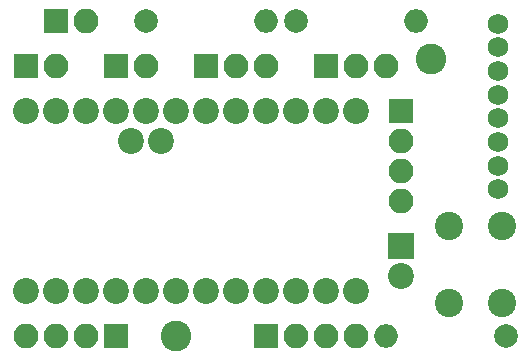
<source format=gbr>
G04 #@! TF.FileFunction,Soldermask,Bot*
%FSLAX46Y46*%
G04 Gerber Fmt 4.6, Leading zero omitted, Abs format (unit mm)*
G04 Created by KiCad (PCBNEW 4.0.7) date 05/11/18 23:43:40*
%MOMM*%
%LPD*%
G01*
G04 APERTURE LIST*
%ADD10C,0.100000*%
%ADD11R,2.200000X2.200000*%
%ADD12C,2.200000*%
%ADD13R,2.100000X2.100000*%
%ADD14O,2.100000X2.100000*%
%ADD15C,2.600000*%
%ADD16C,2.400000*%
%ADD17C,1.750000*%
%ADD18C,2.000000*%
%ADD19O,2.000000X2.000000*%
G04 APERTURE END LIST*
D10*
D11*
X134620000Y-68580000D03*
D12*
X134620000Y-71120000D03*
D13*
X102870000Y-53340000D03*
D14*
X105410000Y-53340000D03*
D15*
X115570000Y-76200000D03*
D16*
X143184000Y-73406000D03*
X138684000Y-73406000D03*
X143184000Y-66906000D03*
X138684000Y-66906000D03*
D17*
X142835000Y-63760000D03*
X142835000Y-49760000D03*
X142835000Y-51760000D03*
X142835000Y-53760000D03*
X142835000Y-55760000D03*
X142835000Y-57760000D03*
X142835000Y-59760000D03*
X142835000Y-61760000D03*
D13*
X105410000Y-49530000D03*
D14*
X107950000Y-49530000D03*
D13*
X110490000Y-76200000D03*
D14*
X107950000Y-76200000D03*
X105410000Y-76200000D03*
X102870000Y-76200000D03*
D13*
X123190000Y-76200000D03*
D14*
X125730000Y-76200000D03*
X128270000Y-76200000D03*
X130810000Y-76200000D03*
D13*
X128270000Y-53340000D03*
D14*
X130810000Y-53340000D03*
X133350000Y-53340000D03*
D13*
X118110000Y-53340000D03*
D14*
X120650000Y-53340000D03*
X123190000Y-53340000D03*
D13*
X110490000Y-53340000D03*
D14*
X113030000Y-53340000D03*
D13*
X134620000Y-57150000D03*
D14*
X134620000Y-59690000D03*
X134620000Y-62230000D03*
X134620000Y-64770000D03*
D18*
X143510000Y-76200000D03*
D19*
X133350000Y-76200000D03*
D18*
X125730000Y-49530000D03*
D19*
X135890000Y-49530000D03*
D18*
X113030000Y-49530000D03*
D19*
X123190000Y-49530000D03*
D15*
X137160000Y-52705000D03*
D12*
X130810000Y-57150000D03*
X128270000Y-57150000D03*
X125730000Y-57150000D03*
X123190000Y-57150000D03*
X120650000Y-57150000D03*
X118110000Y-57150000D03*
X115570000Y-57150000D03*
X113030000Y-57150000D03*
X110490000Y-57150000D03*
X107950000Y-57150000D03*
X105410000Y-57150000D03*
X102870000Y-57150000D03*
X102870000Y-72390000D03*
X105410000Y-72390000D03*
X107950000Y-72390000D03*
X110490000Y-72390000D03*
X113030000Y-72390000D03*
X115570000Y-72390000D03*
X118110000Y-72390000D03*
X120650000Y-72390000D03*
X123190000Y-72390000D03*
X125730000Y-72390000D03*
X128270000Y-72390000D03*
X130810000Y-72390000D03*
X114300000Y-59690000D03*
X111760000Y-59690000D03*
M02*

</source>
